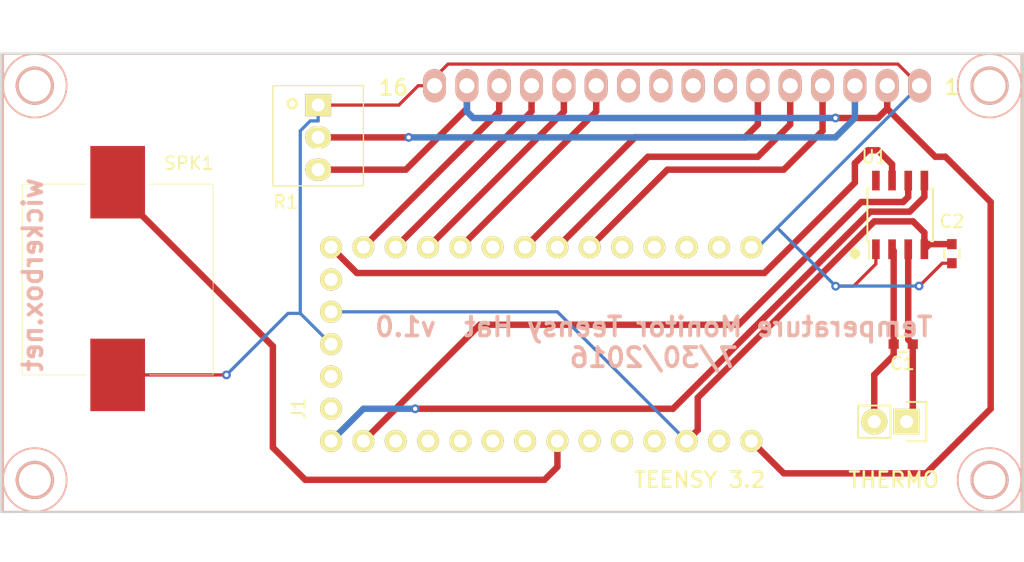
<source format=kicad_pcb>
(kicad_pcb (version 20171130) (host pcbnew "(5.1.12)-1")

  (general
    (thickness 1.6)
    (drawings 34)
    (tracks 120)
    (zones 0)
    (modules 8)
    (nets 18)
  )

  (page A4)
  (title_block
    (title "Temperature Monitor Teensy Hat")
    (date 2016-07-30)
    (rev v1.0)
    (company "Released under the CERN Open Hardware License v1.2")
    (comment 1 "wickerboxen@gmail.com - http://wickerbox.net")
    (comment 2 "Designed by Jenner at Wickerbox Electronics")
  )

  (layers
    (0 F.Cu signal)
    (31 B.Cu signal)
    (34 B.Paste user)
    (35 F.Paste user hide)
    (36 B.SilkS user)
    (37 F.SilkS user)
    (38 B.Mask user)
    (39 F.Mask user)
    (44 Edge.Cuts user)
    (46 B.CrtYd user)
    (47 F.CrtYd user)
    (48 B.Fab user)
    (49 F.Fab user)
  )

  (setup
    (last_trace_width 0.254)
    (user_trace_width 0.1524)
    (user_trace_width 0.254)
    (user_trace_width 0.3302)
    (user_trace_width 0.508)
    (user_trace_width 0.762)
    (user_trace_width 1.27)
    (trace_clearance 0.254)
    (zone_clearance 0.508)
    (zone_45_only no)
    (trace_min 0.1524)
    (via_size 0.6858)
    (via_drill 0.3302)
    (via_min_size 0.6858)
    (via_min_drill 0.3302)
    (user_via 0.6858 0.3302)
    (user_via 0.762 0.4064)
    (user_via 0.8636 0.508)
    (uvia_size 0.6858)
    (uvia_drill 0.3302)
    (uvias_allowed no)
    (uvia_min_size 0)
    (uvia_min_drill 0)
    (edge_width 0.15)
    (segment_width 0.2)
    (pcb_text_width 0.3)
    (pcb_text_size 1.5 1.5)
    (mod_edge_width 0.15)
    (mod_text_size 1 1)
    (mod_text_width 0.15)
    (pad_size 1.524 1.524)
    (pad_drill 0.762)
    (pad_to_mask_clearance 0.2)
    (aux_axis_origin 0 0)
    (visible_elements 7FFFFFFF)
    (pcbplotparams
      (layerselection 0x30000_00000000)
      (usegerberextensions true)
      (usegerberattributes true)
      (usegerberadvancedattributes true)
      (creategerberjobfile true)
      (excludeedgelayer true)
      (linewidth 0.100000)
      (plotframeref false)
      (viasonmask false)
      (mode 1)
      (useauxorigin false)
      (hpglpennumber 1)
      (hpglpenspeed 20)
      (hpglpendiameter 15.000000)
      (psnegative false)
      (psa4output false)
      (plotreference true)
      (plotvalue true)
      (plotinvisibletext false)
      (padsonsilk false)
      (subtractmaskfromsilk false)
      (outputformat 1)
      (mirror false)
      (drillshape 0)
      (scaleselection 1)
      (outputdirectory "gerbers"))
  )

  (net 0 "")
  (net 1 "Net-(C1-Pad1)")
  (net 2 "Net-(C1-Pad2)")
  (net 3 +3V3)
  (net 4 GND)
  (net 5 +5V)
  (net 6 "Net-(LCD1-Pad3)")
  (net 7 "Net-(J1-Pad4)")
  (net 8 "Net-(J1-Pad5)")
  (net 9 "Net-(J1-Pad6)")
  (net 10 "Net-(J1-Pad8)")
  (net 11 "Net-(J1-Pad9)")
  (net 12 "Net-(J1-Pad10)")
  (net 13 "Net-(J1-Pad11)")
  (net 14 "Net-(J1-Pad20)")
  (net 15 "Net-(J1-Pad13)")
  (net 16 "Net-(J1-Pad14)")
  (net 17 "Net-(J1-Pad12)")

  (net_class Default "This is the default net class."
    (clearance 0.254)
    (trace_width 0.254)
    (via_dia 0.6858)
    (via_drill 0.3302)
    (uvia_dia 0.6858)
    (uvia_drill 0.3302)
    (add_net +3V3)
    (add_net +5V)
    (add_net GND)
    (add_net "Net-(C1-Pad1)")
    (add_net "Net-(C1-Pad2)")
    (add_net "Net-(J1-Pad10)")
    (add_net "Net-(J1-Pad11)")
    (add_net "Net-(J1-Pad12)")
    (add_net "Net-(J1-Pad13)")
    (add_net "Net-(J1-Pad14)")
    (add_net "Net-(J1-Pad20)")
    (add_net "Net-(J1-Pad4)")
    (add_net "Net-(J1-Pad5)")
    (add_net "Net-(J1-Pad6)")
    (add_net "Net-(J1-Pad8)")
    (add_net "Net-(J1-Pad9)")
    (add_net "Net-(LCD1-Pad3)")
  )

  (module Wickerlib:SOIC-8-3.9x4.9MM-P1.27MM (layer F.Cu) (tedit 57903FBD) (tstamp 579D83C0)
    (at 168.656 89.916 90)
    (descr "8-Lead Plastic Small Outline (SN) - Narrow, 3.90 mm Body [SOIC] (see Microchip Packaging Specification 00000049BS.pdf)")
    (tags "SOIC 1.27")
    (path /579D6ED7)
    (attr smd)
    (fp_text reference U1 (at 0 -0.508 90) (layer F.Fab)
      (effects (font (size 1 1) (thickness 0.15)))
    )
    (fp_text value MAX31855 (at 0 1.27 90) (layer F.Fab) hide
      (effects (font (size 1 1) (thickness 0.15)))
    )
    (fp_line (start -3.75 -2.75) (end -3.75 2.75) (layer F.Fab) (width 0.05))
    (fp_line (start -3.75 2.75) (end 3.75 2.75) (layer F.Fab) (width 0.05))
    (fp_line (start -3.75 -2.75) (end 3.75 -2.75) (layer F.Fab) (width 0.05))
    (fp_line (start 3.75 -2.75) (end 3.75 2.75) (layer F.Fab) (width 0.05))
    (fp_line (start -2.075 -2.43) (end -3.475 -2.43) (layer F.SilkS) (width 0.15))
    (fp_line (start -2.075 2.575) (end 2.075 2.575) (layer F.SilkS) (width 0.15))
    (fp_line (start -2.075 -2.575) (end 2.075 -2.575) (layer F.SilkS) (width 0.15))
    (fp_line (start -2.075 2.575) (end -2.075 2.43) (layer F.SilkS) (width 0.15))
    (fp_line (start 2.075 2.575) (end 2.075 2.43) (layer F.SilkS) (width 0.15))
    (fp_line (start 2.075 -2.575) (end 2.075 -2.43) (layer F.SilkS) (width 0.15))
    (fp_line (start -2.075 -2.575) (end -2.075 -2.43) (layer F.SilkS) (width 0.15))
    (fp_line (start -3.75 2.75) (end 3.75 2.75) (layer F.CrtYd) (width 0.05))
    (fp_line (start -3.75 -2.75) (end 3.75 -2.75) (layer F.CrtYd) (width 0.05))
    (fp_line (start 3.75 -2.75) (end 3.75 2.75) (layer F.CrtYd) (width 0.05))
    (fp_line (start -3.75 -2.75) (end -3.75 2.75) (layer F.CrtYd) (width 0.05))
    (fp_circle (center -2.54 -2.032) (end -2.286 -2.032) (layer F.Fab) (width 0.2))
    (fp_text user %R (at 4.572 -2.032 180) (layer F.SilkS)
      (effects (font (size 1 1) (thickness 0.15)))
    )
    (pad 1 smd rect (at -2.7 -1.905 90) (size 1.55 0.6) (layers F.Cu F.Paste F.Mask)
      (net 4 GND))
    (pad 2 smd rect (at -2.7 -0.635 90) (size 1.55 0.6) (layers F.Cu F.Paste F.Mask)
      (net 2 "Net-(C1-Pad2)"))
    (pad 3 smd rect (at -2.7 0.635 90) (size 1.55 0.6) (layers F.Cu F.Paste F.Mask)
      (net 1 "Net-(C1-Pad1)"))
    (pad 4 smd rect (at -2.7 1.905 90) (size 1.55 0.6) (layers F.Cu F.Paste F.Mask)
      (net 3 +3V3))
    (pad 5 smd rect (at 2.7 1.905 90) (size 1.55 0.6) (layers F.Cu F.Paste F.Mask)
      (net 15 "Net-(J1-Pad13)"))
    (pad 6 smd rect (at 2.7 0.635 90) (size 1.55 0.6) (layers F.Cu F.Paste F.Mask)
      (net 16 "Net-(J1-Pad14)"))
    (pad 7 smd rect (at 2.7 -0.635 90) (size 1.55 0.6) (layers F.Cu F.Paste F.Mask)
      (net 17 "Net-(J1-Pad12)"))
    (pad 8 smd rect (at 2.7 -1.905 90) (size 1.55 0.6) (layers F.Cu F.Paste F.Mask))
  )

  (module Wickerlib:RLC-0603-SMD (layer F.Cu) (tedit 579029AB) (tstamp 579D834E)
    (at 168.898 100.076 180)
    (descr "Capacitor SMD RLC-0603-SMD, reflow soldering, AVX (see smccp.pdf)")
    (tags "capacitor RLC-0603-SMD")
    (path /579D70E2)
    (attr smd)
    (fp_text reference C1 (at 0.09 0.04 180) (layer F.Fab)
      (effects (font (size 0.8 0.8) (thickness 0.15)))
    )
    (fp_text value 100nF (at 0 1.9 180) (layer F.Fab) hide
      (effects (font (size 1 1) (thickness 0.15)))
    )
    (fp_line (start -1.45 0.75) (end 1.45 0.75) (layer F.Fab) (width 0.05))
    (fp_line (start 1.45 -0.75) (end 1.45 0.75) (layer F.Fab) (width 0.05))
    (fp_line (start -1.45 -0.75) (end -1.45 0.75) (layer F.Fab) (width 0.05))
    (fp_line (start -1.45 -0.75) (end 1.45 -0.75) (layer F.CrtYd) (width 0.05))
    (fp_line (start 0.35 0.6) (end -0.35 0.6) (layer F.SilkS) (width 0.15))
    (fp_line (start -0.35 -0.6) (end 0.35 -0.6) (layer F.SilkS) (width 0.15))
    (fp_line (start 1.45 -0.75) (end 1.45 0.75) (layer F.CrtYd) (width 0.05))
    (fp_line (start -1.45 -0.75) (end -1.45 0.75) (layer F.CrtYd) (width 0.05))
    (fp_line (start -1.45 0.75) (end 1.45 0.75) (layer F.CrtYd) (width 0.05))
    (fp_line (start -1.45 -0.75) (end 1.45 -0.75) (layer F.Fab) (width 0.05))
    (fp_text user %R (at 0.07 -1.51 180) (layer F.SilkS)
      (effects (font (size 1 1) (thickness 0.15)))
    )
    (pad 1 smd rect (at -0.75 0 180) (size 0.8 0.75) (layers F.Cu F.Paste F.Mask)
      (net 1 "Net-(C1-Pad1)"))
    (pad 2 smd rect (at 0.75 0 180) (size 0.8 0.75) (layers F.Cu F.Paste F.Mask)
      (net 2 "Net-(C1-Pad2)"))
  )

  (module Wickerlib:RLC-0603-SMD (layer F.Cu) (tedit 579029AB) (tstamp 579D8354)
    (at 172.72 92.964 270)
    (descr "Capacitor SMD RLC-0603-SMD, reflow soldering, AVX (see smccp.pdf)")
    (tags "capacitor RLC-0603-SMD")
    (path /579D7169)
    (attr smd)
    (fp_text reference C2 (at 0.09 0.04 270) (layer F.Fab)
      (effects (font (size 0.8 0.8) (thickness 0.15)))
    )
    (fp_text value 100nF (at 0 1.9 270) (layer F.Fab) hide
      (effects (font (size 1 1) (thickness 0.15)))
    )
    (fp_line (start -1.45 0.75) (end 1.45 0.75) (layer F.Fab) (width 0.05))
    (fp_line (start 1.45 -0.75) (end 1.45 0.75) (layer F.Fab) (width 0.05))
    (fp_line (start -1.45 -0.75) (end -1.45 0.75) (layer F.Fab) (width 0.05))
    (fp_line (start -1.45 -0.75) (end 1.45 -0.75) (layer F.CrtYd) (width 0.05))
    (fp_line (start 0.35 0.6) (end -0.35 0.6) (layer F.SilkS) (width 0.15))
    (fp_line (start -0.35 -0.6) (end 0.35 -0.6) (layer F.SilkS) (width 0.15))
    (fp_line (start 1.45 -0.75) (end 1.45 0.75) (layer F.CrtYd) (width 0.05))
    (fp_line (start -1.45 -0.75) (end -1.45 0.75) (layer F.CrtYd) (width 0.05))
    (fp_line (start -1.45 0.75) (end 1.45 0.75) (layer F.CrtYd) (width 0.05))
    (fp_line (start -1.45 -0.75) (end 1.45 -0.75) (layer F.Fab) (width 0.05))
    (fp_text user %R (at -2.54 0) (layer F.SilkS)
      (effects (font (size 1 1) (thickness 0.15)))
    )
    (pad 1 smd rect (at -0.75 0 270) (size 0.8 0.75) (layers F.Cu F.Paste F.Mask)
      (net 3 +3V3))
    (pad 2 smd rect (at 0.75 0 270) (size 0.8 0.75) (layers F.Cu F.Paste F.Mask)
      (net 4 GND))
  )

  (module Wickerlib:CONN-ONSHORE-SCREW-GREEN-2PIN-TH (layer F.Cu) (tedit 579D849E) (tstamp 579D837F)
    (at 169.164 106.172 270)
    (descr "Through hole pin header")
    (tags "pin header")
    (path /579D71A4)
    (fp_text reference J2 (at 0 1.27 270) (layer F.Fab)
      (effects (font (size 1 1) (thickness 0.15)))
    )
    (fp_text value THERMO (at -2.286 1.27) (layer F.Fab) hide
      (effects (font (size 1 1) (thickness 0.15)))
    )
    (fp_line (start -3.3 4.3) (end 3.3 4.3) (layer F.Fab) (width 0.05))
    (fp_line (start 3.3 -1.75) (end 3.3 4.3) (layer F.Fab) (width 0.05))
    (fp_line (start -3.3 -1.75) (end -3.3 4.3) (layer F.Fab) (width 0.05))
    (fp_line (start -3.3 -1.75) (end 3.3 -1.74244) (layer F.Fab) (width 0.05))
    (fp_line (start -1.27 3.81) (end 1.27 3.81) (layer F.SilkS) (width 0.15))
    (fp_line (start -1.27 1.27) (end -1.27 3.81) (layer F.SilkS) (width 0.15))
    (fp_line (start -1.55 -1.55) (end 1.55 -1.55) (layer F.SilkS) (width 0.15))
    (fp_line (start -1.55 0) (end -1.55 -1.55) (layer F.SilkS) (width 0.15))
    (fp_line (start 1.27 1.27) (end -1.27 1.27) (layer F.SilkS) (width 0.15))
    (fp_line (start -3.3 4.3) (end 3.3 4.3) (layer F.CrtYd) (width 0.05))
    (fp_line (start -3.3 -1.75) (end 3.3 -1.74244) (layer F.CrtYd) (width 0.05))
    (fp_line (start 3.3 -1.75) (end 3.3 4.3) (layer F.CrtYd) (width 0.05))
    (fp_line (start -3.3 -1.75) (end -3.3 4.3) (layer F.CrtYd) (width 0.05))
    (fp_line (start 1.55 -1.55) (end 1.55 0) (layer F.SilkS) (width 0.15))
    (fp_line (start 1.27 1.27) (end 1.27 3.81) (layer F.SilkS) (width 0.15))
    (fp_text user %R (at 0.508 -2.54) (layer F.SilkS) hide
      (effects (font (size 1 1) (thickness 0.15)))
    )
    (pad 1 thru_hole rect (at 0 0 270) (size 2.032 2.032) (drill 1.016) (layers *.Cu *.Mask F.SilkS)
      (net 1 "Net-(C1-Pad1)"))
    (pad 2 thru_hole oval (at 0 2.54 270) (size 2.032 2.032) (drill 1.016) (layers *.Cu *.Mask F.SilkS)
      (net 2 "Net-(C1-Pad2)"))
  )

  (module Wickerlib:LCD-1602A locked (layer B.Cu) (tedit 57902DAA) (tstamp 579D8397)
    (at 170.18 79.756 180)
    (descr http://www.kamami.pl/dl/wc1602a0.pdf)
    (tags "LCD 16x2 Alphanumeric 16pin")
    (path /579D6F47)
    (fp_text reference LCD1 (at 19.05 0 180) (layer B.Fab)
      (effects (font (size 1 1) (thickness 0.15)) (justify mirror))
    )
    (fp_text value LCD-MODULE-16X2-CHARACTER-1602A-CUSTOM1 (at 31.99892 -15.49908 180) (layer B.Fab) hide
      (effects (font (size 1 1) (thickness 0.15)) (justify mirror))
    )
    (fp_circle (center -5.4991 0) (end -2.99974 0) (layer B.SilkS) (width 0.15))
    (fp_circle (center -5.4991 -31.0007) (end -8.001 -31.0007) (layer B.SilkS) (width 0.15))
    (fp_circle (center 69.49948 -31.0007) (end 71.99884 -31.0007) (layer B.SilkS) (width 0.15))
    (fp_circle (center 69.49948 0) (end 71.99884 0) (layer B.SilkS) (width 0.15))
    (fp_line (start -8.001 -33.50006) (end -8.001 2.49936) (layer B.SilkS) (width 0.15))
    (fp_line (start 71.99884 -33.50006) (end -8.001 -33.50006) (layer B.SilkS) (width 0.15))
    (fp_line (start 71.99884 2.49936) (end 71.99884 -33.50006) (layer B.SilkS) (width 0.15))
    (fp_line (start -8.001 2.49936) (end 71.99884 2.49936) (layer B.SilkS) (width 0.15))
    (fp_line (start -1.524 1.778) (end -1.524 -1.778) (layer B.CrtYd) (width 0.05))
    (fp_line (start -1.524 -1.778) (end 39.624 -1.778) (layer B.CrtYd) (width 0.05))
    (fp_line (start 39.624 -1.778) (end 39.624 2.032) (layer B.CrtYd) (width 0.05))
    (fp_line (start 39.624 2.032) (end -1.524 2.032) (layer B.CrtYd) (width 0.05))
    (fp_line (start -1.524 2.032) (end -1.524 1.778) (layer B.CrtYd) (width 0.05))
    (fp_line (start -1.524 2.032) (end -1.524 -1.778) (layer B.Fab) (width 0.05))
    (fp_line (start -1.524 -1.778) (end 39.624 -1.778) (layer B.Fab) (width 0.05))
    (fp_line (start 39.624 -1.778) (end 39.624 2.032) (layer B.Fab) (width 0.05))
    (fp_line (start 39.624 2.032) (end -1.524 2.032) (layer B.Fab) (width 0.05))
    (pad 1 thru_hole oval (at 0 0 180) (size 1.8 2.6) (drill 1.2) (layers *.Cu *.Mask B.SilkS)
      (net 4 GND))
    (pad 2 thru_hole oval (at 2.54 0 180) (size 1.8 2.6) (drill 1.2) (layers *.Cu *.Mask B.SilkS)
      (net 5 +5V))
    (pad 3 thru_hole oval (at 5.08 0 180) (size 1.8 2.6) (drill 1.2) (layers *.Cu *.Mask B.SilkS)
      (net 6 "Net-(LCD1-Pad3)"))
    (pad 4 thru_hole oval (at 7.62 0 180) (size 1.8 2.6) (drill 1.2) (layers *.Cu *.Mask B.SilkS)
      (net 7 "Net-(J1-Pad4)"))
    (pad 5 thru_hole oval (at 10.16 0 180) (size 1.8 2.6) (drill 1.2) (layers *.Cu *.Mask B.SilkS)
      (net 8 "Net-(J1-Pad5)"))
    (pad 6 thru_hole oval (at 12.7 0 180) (size 1.8 2.6) (drill 1.2) (layers *.Cu *.Mask B.SilkS)
      (net 9 "Net-(J1-Pad6)"))
    (pad 7 thru_hole oval (at 15.24 0 180) (size 1.8 2.6) (drill 1.2) (layers *.Cu *.Mask B.SilkS))
    (pad 8 thru_hole oval (at 17.78 0 180) (size 1.8 2.6) (drill 1.2) (layers *.Cu *.Mask B.SilkS))
    (pad 9 thru_hole oval (at 20.32 0 180) (size 1.8 2.6) (drill 1.2) (layers *.Cu *.Mask B.SilkS))
    (pad 10 thru_hole oval (at 22.86 0 180) (size 1.8 2.6) (drill 1.2) (layers *.Cu *.Mask B.SilkS))
    (pad 11 thru_hole oval (at 25.4 0 180) (size 1.8 2.6) (drill 1.2) (layers *.Cu *.Mask B.SilkS)
      (net 10 "Net-(J1-Pad8)"))
    (pad 12 thru_hole oval (at 27.94 0 180) (size 1.8 2.6) (drill 1.2) (layers *.Cu *.Mask B.SilkS)
      (net 11 "Net-(J1-Pad9)"))
    (pad 13 thru_hole oval (at 30.48 0 180) (size 1.8 2.6) (drill 1.2) (layers *.Cu *.Mask B.SilkS)
      (net 12 "Net-(J1-Pad10)"))
    (pad 14 thru_hole oval (at 33.02 0 180) (size 1.8 2.6) (drill 1.2) (layers *.Cu *.Mask B.SilkS)
      (net 13 "Net-(J1-Pad11)"))
    (pad 15 thru_hole oval (at 35.56 0 180) (size 1.8 2.6) (drill 1.2) (layers *.Cu *.Mask B.SilkS)
      (net 5 +5V))
    (pad 16 thru_hole oval (at 38.1 0 180) (size 1.8 2.6) (drill 1.2) (layers *.Cu *.Mask B.SilkS)
      (net 4 GND))
    (pad 0 thru_hole circle (at -5.4991 0 180) (size 3 3) (drill 2.5) (layers *.Cu *.Mask B.SilkS))
    (pad 0 thru_hole circle (at -5.4991 -31.0007 180) (size 3 3) (drill 2.5) (layers *.Cu *.Mask B.SilkS))
    (pad 0 thru_hole circle (at 69.49948 -31.0007 180) (size 3 3) (drill 2.5) (layers *.Cu *.Mask B.SilkS))
    (pad 0 thru_hole circle (at 69.49948 0 180) (size 3 3) (drill 2.5) (layers *.Cu *.Mask B.SilkS))
  )

  (module Wickerlib:RES-TRIMPOT-BOURNS-3362-SQUARE-TH-CENTER (layer F.Cu) (tedit 5790459A) (tstamp 579D839E)
    (at 122.936 83.82)
    (descr "Through hole pin header")
    (tags "pin header")
    (path /579D7214)
    (fp_text reference R1 (at 0 0 90) (layer F.Fab)
      (effects (font (size 1 1) (thickness 0.15)))
    )
    (fp_text value 10K (at 0.508 0.254 90) (layer F.Fab) hide
      (effects (font (size 1 1) (thickness 0.15)))
    )
    (fp_circle (center -2.032 -2.64521) (end -1.778 -2.39121) (layer F.SilkS) (width 0.2))
    (fp_circle (center 0 -2.54) (end 0.254 -2.286) (layer F.Fab) (width 0.2))
    (fp_line (start 3.556 -4.064) (end -3.556 -4.064) (layer F.Fab) (width 0.05))
    (fp_line (start -3.556 -4.064) (end -3.556 3.81) (layer F.Fab) (width 0.05))
    (fp_line (start -3.556 3.81) (end 3.556 3.81) (layer F.Fab) (width 0.05))
    (fp_line (start 3.556 3.81) (end 3.556 -4.064) (layer F.Fab) (width 0.05))
    (fp_line (start 3.556 -4.064) (end -3.556 -4.064) (layer F.SilkS) (width 0.1016))
    (fp_line (start -3.556 -4.064) (end -3.556 3.81) (layer F.SilkS) (width 0.1016))
    (fp_line (start -3.556 3.81) (end 3.556 3.81) (layer F.SilkS) (width 0.1016))
    (fp_line (start 3.556 3.81) (end 3.556 -3.81) (layer F.SilkS) (width 0.1016))
    (fp_line (start 3.556 -3.81) (end 3.556 -4.064) (layer F.SilkS) (width 0.1016))
    (fp_text user %R (at -2.54 5.08) (layer F.SilkS)
      (effects (font (size 1 1) (thickness 0.15)))
    )
    (pad 1 thru_hole rect (at 0 -2.54) (size 2.032 1.7272) (drill 1.016) (layers *.Cu *.Mask F.SilkS)
      (net 4 GND))
    (pad 2 thru_hole oval (at 0 0) (size 2.032 1.7272) (drill 1.016) (layers *.Cu *.Mask F.SilkS)
      (net 6 "Net-(LCD1-Pad3)"))
    (pad 3 thru_hole oval (at 0 2.54) (size 2.032 1.7272) (drill 1.016) (layers *.Cu *.Mask F.SilkS)
      (net 5 +5V))
  )

  (module Wickerlib:SPEAKER-CMT-1603 (layer F.Cu) (tedit 579D801C) (tstamp 579D83B4)
    (at 107.188 94.996 270)
    (path /579DDEDD)
    (fp_text reference SPK1 (at 0 0 270) (layer F.Fab)
      (effects (font (size 1 1) (thickness 0.15)))
    )
    (fp_text value BUZZER (at 0 0 270) (layer F.Fab) hide
      (effects (font (size 1 1) (thickness 0.15)))
    )
    (fp_line (start -11 7.5) (end 11 7.5) (layer F.Fab) (width 0.05))
    (fp_line (start 11 7.5) (end 11 -7.5) (layer F.Fab) (width 0.05))
    (fp_line (start 11 -7.5) (end -11 -7.5) (layer F.Fab) (width 0.05))
    (fp_line (start -11 -7.5) (end -11 7.5) (layer F.Fab) (width 0.05))
    (fp_line (start 11 -8) (end -11.5 -8) (layer F.CrtYd) (width 0.05))
    (fp_line (start -11.5 -8) (end -11.5 8) (layer F.CrtYd) (width 0.05))
    (fp_line (start -11.5 8) (end 11.5 8) (layer F.CrtYd) (width 0.05))
    (fp_line (start 11.5 8) (end 11.5 -8) (layer F.CrtYd) (width 0.05))
    (fp_line (start 11.5 -8) (end 11 -8) (layer F.CrtYd) (width 0.05))
    (fp_line (start 7.5 -2.5) (end 7.5 -7.5) (layer F.SilkS) (width 0.05))
    (fp_line (start 7.5 -7.5) (end -7.5 -7.5) (layer F.SilkS) (width 0.05))
    (fp_line (start -7.5 -7.5) (end -7.5 -2.5) (layer F.SilkS) (width 0.05))
    (fp_line (start -7.5 2.5) (end -7.5 7.5) (layer F.SilkS) (width 0.05))
    (fp_line (start -7.5 7.5) (end 7.5 7.5) (layer F.SilkS) (width 0.05))
    (fp_line (start 7.5 7.5) (end 7.5 2.5) (layer F.SilkS) (width 0.05))
    (fp_text user %R (at -9.144 -5.588) (layer F.SilkS)
      (effects (font (size 1 1) (thickness 0.15)))
    )
    (pad 1 smd rect (at -7.65 0 270) (size 5.7 4.3) (layers F.Cu F.Paste F.Mask)
      (net 14 "Net-(J1-Pad20)"))
    (pad 2 smd rect (at 7.5 0 270) (size 5.7 4.3) (layers F.Cu F.Paste F.Mask)
      (net 4 GND))
  )

  (module Wickerlib:TEENSY-3.2-NOSILK (layer F.Cu) (tedit 579D85BE) (tstamp 579D8B79)
    (at 146.812 102.616 270)
    (path /579D6E55)
    (fp_text reference J1 (at -2 0 270) (layer F.Fab)
      (effects (font (size 1 1) (thickness 0.15)))
    )
    (fp_text value TEENSY3.2-72MHz (at -2.54 20.32 270) (layer F.Fab) hide
      (effects (font (size 1 1) (thickness 0.15)))
    )
    (fp_line (start 6.35 24.13) (end 6.35 -11.43) (layer F.CrtYd) (width 0.1524))
    (fp_line (start 6.35 -11.43) (end -11.43 -11.43) (layer F.CrtYd) (width 0.1524))
    (fp_line (start -11.43 -11.43) (end -11.43 24.13) (layer F.CrtYd) (width 0.1524))
    (fp_line (start -11.43 24.13) (end 6.35 24.13) (layer F.CrtYd) (width 0.1524))
    (fp_line (start 6.5 24) (end 6.5 -11.5) (layer F.Fab) (width 0.05))
    (fp_line (start 6.5 -11.5) (end -11.5 -11.5) (layer F.Fab) (width 0.05))
    (fp_line (start -11.5 -11.5) (end -11.5 24) (layer F.Fab) (width 0.05))
    (fp_line (start -11.5 24) (end 6.5 24) (layer F.Fab) (width 0.05))
    (fp_line (start -4.5 -11.5) (end -4.5 -9.5) (layer F.Fab) (width 0.05))
    (fp_line (start -4.5 -9.5) (end 0 -9.5) (layer F.Fab) (width 0.05))
    (fp_line (start 0 -9.5) (end 0 -11.5) (layer F.Fab) (width 0.05))
    (fp_text user %R (at 2.54 25.4 270) (layer F.SilkS)
      (effects (font (size 1 1) (thickness 0.15)))
    )
    (pad G1 thru_hole circle (at -10.16 -10.16 270) (size 1.7272 1.7272) (drill 1.016) (layers *.Cu *.Mask F.SilkS)
      (net 4 GND))
    (pad 0 thru_hole circle (at -10.16 -7.62 270) (size 1.7272 1.7272) (drill 1.016) (layers *.Cu *.Mask F.SilkS))
    (pad 1 thru_hole circle (at -10.16 -5.08 270) (size 1.7272 1.7272) (drill 1.016) (layers *.Cu *.Mask F.SilkS))
    (pad 2 thru_hole circle (at -10.16 -2.54 270) (size 1.7272 1.7272) (drill 1.016) (layers *.Cu *.Mask F.SilkS))
    (pad 3 thru_hole circle (at -10.16 0 270) (size 1.7272 1.7272) (drill 1.016) (layers *.Cu *.Mask F.SilkS))
    (pad 4 thru_hole circle (at -10.16 2.54 270) (size 1.7272 1.7272) (drill 1.016) (layers *.Cu *.Mask F.SilkS)
      (net 7 "Net-(J1-Pad4)"))
    (pad 5 thru_hole circle (at -10.16 5.08 270) (size 1.7272 1.7272) (drill 1.016) (layers *.Cu *.Mask F.SilkS)
      (net 8 "Net-(J1-Pad5)"))
    (pad 6 thru_hole circle (at -10.16 7.62 270) (size 1.7272 1.7272) (drill 1.016) (layers *.Cu *.Mask F.SilkS)
      (net 9 "Net-(J1-Pad6)"))
    (pad 7 thru_hole circle (at -10.16 10.16 270) (size 1.7272 1.7272) (drill 1.016) (layers *.Cu *.Mask F.SilkS))
    (pad 8 thru_hole circle (at -10.16 12.7 270) (size 1.7272 1.7272) (drill 1.016) (layers *.Cu *.Mask F.SilkS)
      (net 10 "Net-(J1-Pad8)"))
    (pad 9 thru_hole circle (at -10.16 15.24 270) (size 1.7272 1.7272) (drill 1.016) (layers *.Cu *.Mask F.SilkS)
      (net 11 "Net-(J1-Pad9)"))
    (pad 10 thru_hole circle (at -10.16 17.78 270) (size 1.7272 1.7272) (drill 1.016) (layers *.Cu *.Mask F.SilkS)
      (net 12 "Net-(J1-Pad10)"))
    (pad 11 thru_hole circle (at -10.16 20.32 270) (size 1.7272 1.7272) (drill 1.016) (layers *.Cu *.Mask F.SilkS)
      (net 13 "Net-(J1-Pad11)"))
    (pad 12 thru_hole circle (at -10.16 22.86 270) (size 1.7272 1.7272) (drill 1.016) (layers *.Cu *.Mask F.SilkS)
      (net 17 "Net-(J1-Pad12)"))
    (pad VBAT thru_hole circle (at -7.62 22.86 270) (size 1.7272 1.7272) (drill 1.016) (layers *.Cu *.Mask F.SilkS))
    (pad 3V1 thru_hole circle (at -5.08 22.86 270) (size 1.7272 1.7272) (drill 1.016) (layers *.Cu *.Mask F.SilkS)
      (net 3 +3V3))
    (pad G2 thru_hole circle (at -2.54 22.86 270) (size 1.7272 1.7272) (drill 1.016) (layers *.Cu *.Mask F.SilkS)
      (net 4 GND))
    (pad PGM thru_hole circle (at 0 22.86 270) (size 1.7272 1.7272) (drill 1.016) (layers *.Cu *.Mask F.SilkS))
    (pad DAC thru_hole circle (at 2.54 22.86 270) (size 1.7272 1.7272) (drill 1.016) (layers *.Cu *.Mask F.SilkS))
    (pad 13 thru_hole circle (at 5.08 22.86 270) (size 1.7272 1.7272) (drill 1.016) (layers *.Cu *.Mask F.SilkS)
      (net 15 "Net-(J1-Pad13)"))
    (pad 16 thru_hole circle (at 5.08 15.24 270) (size 1.7272 1.7272) (drill 1.016) (layers *.Cu *.Mask F.SilkS))
    (pad 3V2 thru_hole circle (at 5.08 -5.08 270) (size 1.7272 1.7272) (drill 1.016) (layers *.Cu *.Mask F.SilkS)
      (net 3 +3V3))
    (pad 18 thru_hole circle (at 5.08 10.16 270) (size 1.7272 1.7272) (drill 1.016) (layers *.Cu *.Mask F.SilkS))
    (pad 17 thru_hole circle (at 5.08 12.7 270) (size 1.7272 1.7272) (drill 1.016) (layers *.Cu *.Mask F.SilkS))
    (pad AG thru_hole circle (at 5.08 -7.62 270) (size 1.7272 1.7272) (drill 1.016) (layers *.Cu *.Mask F.SilkS))
    (pad 22 thru_hole circle (at 5.08 0 270) (size 1.7272 1.7272) (drill 1.016) (layers *.Cu *.Mask F.SilkS))
    (pad VIN thru_hole circle (at 5.08 -10.16 270) (size 1.7272 1.7272) (drill 1.016) (layers *.Cu *.Mask F.SilkS)
      (net 5 +5V))
    (pad 21 thru_hole circle (at 5.08 2.54 270) (size 1.7272 1.7272) (drill 1.016) (layers *.Cu *.Mask F.SilkS))
    (pad 20 thru_hole circle (at 5.08 5.08 270) (size 1.7272 1.7272) (drill 1.016) (layers *.Cu *.Mask F.SilkS)
      (net 14 "Net-(J1-Pad20)"))
    (pad 19 thru_hole circle (at 5.08 7.62 270) (size 1.7272 1.7272) (drill 1.016) (layers *.Cu *.Mask F.SilkS))
    (pad 23 thru_hole circle (at 5.08 -2.54 270) (size 1.7272 1.7272) (drill 1.016) (layers *.Cu *.Mask F.SilkS))
    (pad 14 thru_hole circle (at 5.08 20.32 270) (size 1.7272 1.7272) (drill 1.016) (layers *.Cu *.Mask F.SilkS)
      (net 16 "Net-(J1-Pad14)"))
    (pad 15 thru_hole circle (at 5.08 17.78 270) (size 1.7272 1.7272) (drill 1.016) (layers *.Cu *.Mask F.SilkS))
  )

  (gr_text 7/30/2016 (at 170.942 115.824) (layer F.Fab)
    (effects (font (size 1.5 1.5) (thickness 0.3)))
  )
  (gr_text "Temperature Monitor Teensy Hat  v1.0" (at 155.702 74.422) (layer F.Fab)
    (effects (font (size 1.5 1.5) (thickness 0.3)))
  )
  (gr_text wickerbox.net (at 100.5078 94.615 90) (layer B.SilkS)
    (effects (font (size 1.5 1.5) (thickness 0.3)) (justify mirror))
  )
  (gr_text "Temperature Monitor Teensy Hat  v1.0\n7/30/2016" (at 149.3012 99.9236) (layer B.SilkS)
    (effects (font (size 1.5 1.5) (thickness 0.3)) (justify mirror))
  )
  (gr_text 1 (at 172.72 79.8576) (layer F.SilkS) (tstamp 579D8C23)
    (effects (font (size 1.2 1.2) (thickness 0.2)))
  )
  (gr_text 16 (at 128.8542 79.9084) (layer F.SilkS) (tstamp 579D8C1C)
    (effects (font (size 1.2 1.2) (thickness 0.2)))
  )
  (gr_text "TEENSY 3.2" (at 152.908 110.744) (layer F.SilkS) (tstamp 579D8BF3)
    (effects (font (size 1.2 1.2) (thickness 0.2)))
  )
  (gr_text THERMO (at 168.148 110.744) (layer F.SilkS)
    (effects (font (size 1.2 1.2) (thickness 0.2)))
  )
  (gr_line (start 178.308 113.538) (end 178.308 77.216) (layer F.Fab) (width 0.2))
  (gr_line (start 98.044 113.538) (end 178.308 113.538) (layer F.Fab) (width 0.2))
  (gr_line (start 98.044 77.216) (end 98.044 113.538) (layer F.Fab) (width 0.2))
  (gr_line (start 178.308 77.216) (end 98.044 77.216) (layer F.Fab) (width 0.2))
  (gr_line (start 98.044 77.216) (end 178.308 77.216) (layer Edge.Cuts) (width 0.15))
  (gr_line (start 98.044 113.284) (end 98.044 77.216) (layer Edge.Cuts) (width 0.15))
  (gr_line (start 178.308 113.284) (end 98.044 113.284) (layer Edge.Cuts) (width 0.15))
  (gr_line (start 178.308 77.216) (end 178.308 113.284) (layer Edge.Cuts) (width 0.15))
  (gr_line (start 114.427 78.994) (end 114.427 74.93) (angle 90) (layer Dwgs.User) (width 0.15))
  (gr_line (start 120.269 78.994) (end 114.427 78.994) (angle 90) (layer Dwgs.User) (width 0.15))
  (gr_line (start 120.269 74.93) (end 120.269 78.994) (angle 90) (layer Dwgs.User) (width 0.15))
  (gr_line (start 114.427 74.93) (end 120.269 74.93) (angle 90) (layer Dwgs.User) (width 0.15))
  (gr_line (start 120.523 93.98) (end 104.648 93.98) (angle 90) (layer Dwgs.User) (width 0.15))
  (gr_line (start 173.355 102.235) (end 173.355 94.615) (angle 90) (layer Dwgs.User) (width 0.15))
  (gr_line (start 178.435 102.235) (end 173.355 102.235) (angle 90) (layer Dwgs.User) (width 0.15))
  (gr_line (start 178.435 94.615) (end 178.435 102.235) (angle 90) (layer Dwgs.User) (width 0.15))
  (gr_line (start 173.355 94.615) (end 178.435 94.615) (angle 90) (layer Dwgs.User) (width 0.15))
  (gr_line (start 109.093 123.19) (end 109.093 114.3) (angle 90) (layer Dwgs.User) (width 0.15))
  (gr_line (start 122.428 123.19) (end 109.093 123.19) (angle 90) (layer Dwgs.User) (width 0.15))
  (gr_line (start 122.428 114.3) (end 122.428 123.19) (angle 90) (layer Dwgs.User) (width 0.15))
  (gr_line (start 109.093 114.3) (end 122.428 114.3) (angle 90) (layer Dwgs.User) (width 0.15))
  (gr_line (start 104.648 93.98) (end 104.648 82.55) (angle 90) (layer Dwgs.User) (width 0.15))
  (gr_line (start 120.523 82.55) (end 120.523 93.98) (angle 90) (layer Dwgs.User) (width 0.15))
  (gr_line (start 104.648 82.55) (end 120.523 82.55) (angle 90) (layer Dwgs.User) (width 0.15))
  (gr_circle (center 165.1 92.964) (end 165.3032 93.0656) (layer F.SilkS) (width 0.4))
  (gr_circle (center 117.348 76.962) (end 118.618 76.962) (layer Dwgs.User) (width 0.15))

  (segment (start 169.648 100.076) (end 169.648 105.688) (width 0.508) (layer F.Cu) (net 1))
  (segment (start 169.648 105.688) (end 169.164 106.172) (width 0.508) (layer F.Cu) (net 1))
  (segment (start 169.291 92.616) (end 169.291 99.719) (width 0.508) (layer F.Cu) (net 1))
  (segment (start 169.291 99.719) (end 169.648 100.076) (width 0.508) (layer F.Cu) (net 1))
  (segment (start 168.148 100.076) (end 168.148 100.959) (width 0.508) (layer F.Cu) (net 2))
  (segment (start 168.148 100.959) (end 166.624 102.483) (width 0.508) (layer F.Cu) (net 2))
  (segment (start 166.624 102.483) (end 166.624 106.172) (width 0.508) (layer F.Cu) (net 2))
  (segment (start 168.148 100.076) (end 168.148 92.743) (width 0.508) (layer F.Cu) (net 2))
  (segment (start 168.148 92.743) (end 168.021 92.616) (width 0.508) (layer F.Cu) (net 2))
  (segment (start 151.892 107.696) (end 141.732 97.536) (width 0.254) (layer B.Cu) (net 3))
  (segment (start 141.732 97.536) (end 123.952 97.536) (width 0.254) (layer B.Cu) (net 3))
  (segment (start 151.892 107.696) (end 152.756 106.832) (width 0.508) (layer F.Cu) (net 3))
  (segment (start 152.756 106.832) (end 152.756 104.292) (width 0.508) (layer F.Cu) (net 3))
  (segment (start 152.756 104.292) (end 166.624 90.424) (width 0.508) (layer F.Cu) (net 3))
  (segment (start 166.624 90.424) (end 169.672 90.424) (width 0.508) (layer F.Cu) (net 3))
  (segment (start 169.672 90.424) (end 170.561 91.313) (width 0.508) (layer F.Cu) (net 3))
  (segment (start 170.561 91.313) (end 170.561 92.616) (width 0.508) (layer F.Cu) (net 3))
  (segment (start 172.72 92.214) (end 170.963 92.214) (width 0.508) (layer F.Cu) (net 3))
  (segment (start 170.963 92.214) (end 170.561 92.616) (width 0.508) (layer F.Cu) (net 3))
  (segment (start 172.72 93.714) (end 171.9639 93.714) (width 0.254) (layer F.Cu) (net 4))
  (segment (start 171.9639 93.714) (end 170.1717 95.5062) (width 0.254) (layer F.Cu) (net 4))
  (segment (start 170.1717 95.5062) (end 170.142 95.5062) (width 0.254) (layer F.Cu) (net 4))
  (segment (start 170.142 95.5062) (end 163.6055 95.5062) (width 0.254) (layer B.Cu) (net 4))
  (segment (start 163.6055 95.5062) (end 163.5917 95.52) (width 0.254) (layer B.Cu) (net 4))
  (segment (start 159.0039 90.9321) (end 170.18 79.756) (width 0.254) (layer B.Cu) (net 4))
  (segment (start 156.972 92.456) (end 157.48 92.456) (width 0.254) (layer B.Cu) (net 4))
  (segment (start 157.48 92.456) (end 159.0039 90.9321) (width 0.254) (layer B.Cu) (net 4))
  (segment (start 159.0039 90.9321) (end 163.5917 95.52) (width 0.254) (layer B.Cu) (net 4))
  (segment (start 166.751 92.616) (end 166.751 93.7721) (width 0.254) (layer F.Cu) (net 4))
  (segment (start 163.5917 95.52) (end 165.0031 95.52) (width 0.254) (layer F.Cu) (net 4))
  (segment (start 165.0031 95.52) (end 166.751 93.7721) (width 0.254) (layer F.Cu) (net 4))
  (segment (start 131.4395 79.756) (end 133.1409 78.0546) (width 0.254) (layer F.Cu) (net 4))
  (segment (start 133.1409 78.0546) (end 168.4786 78.0546) (width 0.254) (layer F.Cu) (net 4))
  (segment (start 168.4786 78.0546) (end 170.18 79.756) (width 0.254) (layer F.Cu) (net 4))
  (segment (start 131.4395 79.756) (end 130.7989 79.756) (width 0.254) (layer F.Cu) (net 4))
  (segment (start 132.08 79.756) (end 131.4395 79.756) (width 0.254) (layer F.Cu) (net 4))
  (segment (start 122.936 81.28) (end 129.2749 81.28) (width 0.254) (layer F.Cu) (net 4))
  (segment (start 129.2749 81.28) (end 130.7989 79.756) (width 0.254) (layer F.Cu) (net 4))
  (segment (start 107.188 102.496) (end 115.732 102.496) (width 0.254) (layer F.Cu) (net 4))
  (segment (start 121.5322 97.6562) (end 120.5718 97.6562) (width 0.254) (layer B.Cu) (net 4))
  (segment (start 120.5718 97.6562) (end 115.732 102.496) (width 0.254) (layer B.Cu) (net 4))
  (segment (start 121.5322 97.6562) (end 121.5322 83.3061) (width 0.254) (layer B.Cu) (net 4))
  (segment (start 121.5322 83.3061) (end 122.3136 82.5247) (width 0.254) (layer B.Cu) (net 4))
  (segment (start 122.3136 82.5247) (end 122.936 82.5247) (width 0.254) (layer B.Cu) (net 4))
  (segment (start 123.952 100.076) (end 121.5322 97.6562) (width 0.254) (layer B.Cu) (net 4))
  (segment (start 122.936 81.28) (end 122.936 82.5247) (width 0.254) (layer B.Cu) (net 4))
  (via (at 170.142 95.5062) (size 0.6858) (layers F.Cu B.Cu) (net 4))
  (via (at 163.5917 95.52) (size 0.6858) (layers F.Cu B.Cu) (net 4))
  (via (at 115.732 102.496) (size 0.6858) (layers F.Cu B.Cu) (net 4))
  (segment (start 167.64 81.564) (end 171.42 85.344) (width 0.508) (layer F.Cu) (net 5))
  (segment (start 171.42 85.344) (end 172.212 85.344) (width 0.508) (layer F.Cu) (net 5))
  (segment (start 172.212 85.344) (end 175.768 88.9) (width 0.508) (layer F.Cu) (net 5))
  (segment (start 175.768 88.9) (end 175.768 105.156) (width 0.508) (layer F.Cu) (net 5))
  (segment (start 175.768 105.156) (end 170.688 110.236) (width 0.508) (layer F.Cu) (net 5))
  (segment (start 170.688 110.236) (end 159.512 110.236) (width 0.508) (layer F.Cu) (net 5))
  (segment (start 159.512 110.236) (end 156.972 107.696) (width 0.508) (layer F.Cu) (net 5))
  (segment (start 167.64 79.756) (end 167.64 81.564) (width 0.508) (layer F.Cu) (net 5))
  (segment (start 134.62 79.756) (end 134.62 81.564) (width 0.508) (layer F.Cu) (net 5))
  (segment (start 134.62 81.564) (end 129.824 86.36) (width 0.508) (layer F.Cu) (net 5))
  (segment (start 129.824 86.36) (end 122.936 86.36) (width 0.508) (layer F.Cu) (net 5))
  (segment (start 167.64 81.564) (end 166.908 82.296) (width 0.508) (layer F.Cu) (net 5))
  (segment (start 166.908 82.296) (end 163.576 82.296) (width 0.508) (layer F.Cu) (net 5))
  (segment (start 163.576 82.296) (end 135.128 82.296) (width 0.508) (layer B.Cu) (net 5))
  (segment (start 135.128 82.296) (end 134.62 81.788) (width 0.508) (layer B.Cu) (net 5))
  (segment (start 134.62 81.788) (end 134.62 79.756) (width 0.508) (layer B.Cu) (net 5))
  (via (at 163.576 82.296) (size 0.6858) (layers F.Cu B.Cu) (net 5))
  (segment (start 122.936 83.82) (end 130.048 83.82) (width 0.508) (layer F.Cu) (net 6))
  (segment (start 130.048 83.82) (end 163.576 83.82) (width 0.508) (layer B.Cu) (net 6))
  (segment (start 163.576 83.82) (end 165.1 82.296) (width 0.508) (layer B.Cu) (net 6))
  (segment (start 165.1 82.296) (end 165.1 79.756) (width 0.508) (layer B.Cu) (net 6))
  (via (at 130.048 83.82) (size 0.6858) (layers F.Cu B.Cu) (net 6))
  (segment (start 144.272 92.456) (end 150.368 86.36) (width 0.508) (layer F.Cu) (net 7))
  (segment (start 150.368 86.36) (end 159.512 86.36) (width 0.508) (layer F.Cu) (net 7))
  (segment (start 159.512 86.36) (end 162.56 83.312) (width 0.508) (layer F.Cu) (net 7))
  (segment (start 162.56 83.312) (end 162.56 79.756) (width 0.508) (layer F.Cu) (net 7))
  (segment (start 141.732 92.456) (end 148.844 85.344) (width 0.508) (layer F.Cu) (net 8))
  (segment (start 148.844 85.344) (end 157.48 85.344) (width 0.508) (layer F.Cu) (net 8))
  (segment (start 157.48 85.344) (end 160.02 82.804) (width 0.508) (layer F.Cu) (net 8))
  (segment (start 160.02 82.804) (end 160.02 79.756) (width 0.508) (layer F.Cu) (net 8))
  (segment (start 139.192 92.456) (end 147.828 83.82) (width 0.508) (layer F.Cu) (net 9))
  (segment (start 147.828 83.82) (end 156.464 83.82) (width 0.508) (layer F.Cu) (net 9))
  (segment (start 156.464 83.82) (end 157.48 82.804) (width 0.508) (layer F.Cu) (net 9))
  (segment (start 157.48 82.804) (end 157.48 79.756) (width 0.508) (layer F.Cu) (net 9))
  (segment (start 134.112 92.456) (end 144.78 81.788) (width 0.508) (layer F.Cu) (net 10))
  (segment (start 144.78 81.788) (end 144.78 79.756) (width 0.508) (layer F.Cu) (net 10))
  (segment (start 131.572 92.456) (end 142.24 81.788) (width 0.508) (layer F.Cu) (net 11))
  (segment (start 142.24 81.788) (end 142.24 79.756) (width 0.508) (layer F.Cu) (net 11))
  (segment (start 129.032 92.456) (end 139.7 81.788) (width 0.508) (layer F.Cu) (net 12))
  (segment (start 139.7 81.788) (end 139.7 79.756) (width 0.508) (layer F.Cu) (net 12))
  (segment (start 126.492 92.456) (end 137.16 81.788) (width 0.508) (layer F.Cu) (net 13))
  (segment (start 137.16 81.788) (end 137.16 79.756) (width 0.508) (layer F.Cu) (net 13))
  (segment (start 107.188 87.346) (end 107.188 88.046) (width 0.508) (layer F.Cu) (net 14))
  (segment (start 107.188 88.046) (end 119.38 100.238) (width 0.508) (layer F.Cu) (net 14))
  (segment (start 119.38 100.238) (end 119.38 108.204) (width 0.508) (layer F.Cu) (net 14))
  (segment (start 119.38 108.204) (end 121.92 110.744) (width 0.508) (layer F.Cu) (net 14))
  (segment (start 121.92 110.744) (end 140.716 110.744) (width 0.508) (layer F.Cu) (net 14))
  (segment (start 140.716 110.744) (end 141.732 109.728) (width 0.508) (layer F.Cu) (net 14))
  (segment (start 141.732 109.728) (end 141.732 107.696) (width 0.508) (layer F.Cu) (net 14))
  (segment (start 123.952 107.696) (end 126.492 105.156) (width 0.508) (layer B.Cu) (net 15))
  (segment (start 126.492 105.156) (end 130.556 105.156) (width 0.508) (layer B.Cu) (net 15))
  (segment (start 130.556 105.156) (end 150.814 105.156) (width 0.508) (layer F.Cu) (net 15))
  (segment (start 150.814 105.156) (end 166.308 89.662) (width 0.508) (layer F.Cu) (net 15))
  (segment (start 166.308 89.662) (end 169.398 89.662) (width 0.508) (layer F.Cu) (net 15))
  (segment (start 169.398 89.662) (end 170.561 88.499) (width 0.508) (layer F.Cu) (net 15))
  (segment (start 170.561 88.499) (end 170.561 87.216) (width 0.508) (layer F.Cu) (net 15))
  (via (at 130.556 105.156) (size 0.6858) (layers F.Cu B.Cu) (net 15))
  (segment (start 126.492 107.696) (end 135.636 98.552) (width 0.508) (layer F.Cu) (net 16))
  (segment (start 135.636 98.552) (end 155.956 98.552) (width 0.508) (layer F.Cu) (net 16))
  (segment (start 155.956 98.552) (end 165.608 88.9) (width 0.508) (layer F.Cu) (net 16))
  (segment (start 165.608 88.9) (end 168.89 88.9) (width 0.508) (layer F.Cu) (net 16))
  (segment (start 168.89 88.9) (end 169.291 88.499) (width 0.508) (layer F.Cu) (net 16))
  (segment (start 169.291 88.499) (end 169.291 87.216) (width 0.508) (layer F.Cu) (net 16))
  (segment (start 123.952 92.456) (end 125.984 94.488) (width 0.508) (layer F.Cu) (net 17))
  (segment (start 125.984 94.488) (end 157.988 94.488) (width 0.508) (layer F.Cu) (net 17))
  (segment (start 157.988 94.488) (end 165.1 87.376) (width 0.508) (layer F.Cu) (net 17))
  (segment (start 165.1 87.376) (end 165.1 85.852) (width 0.508) (layer F.Cu) (net 17))
  (segment (start 165.1 85.852) (end 166.116 84.836) (width 0.508) (layer F.Cu) (net 17))
  (segment (start 166.116 84.836) (end 166.924 84.836) (width 0.508) (layer F.Cu) (net 17))
  (segment (start 166.924 84.836) (end 168.021 85.933) (width 0.508) (layer F.Cu) (net 17))
  (segment (start 168.021 85.933) (end 168.021 87.216) (width 0.508) (layer F.Cu) (net 17))

)

</source>
